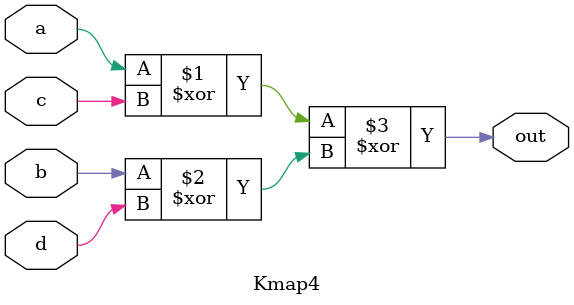
<source format=v>

module Kmap4 (
    input  a, b, c, d,
    output out
);
    assign out = ((a^c) ^ (b^d));
endmodule

</source>
